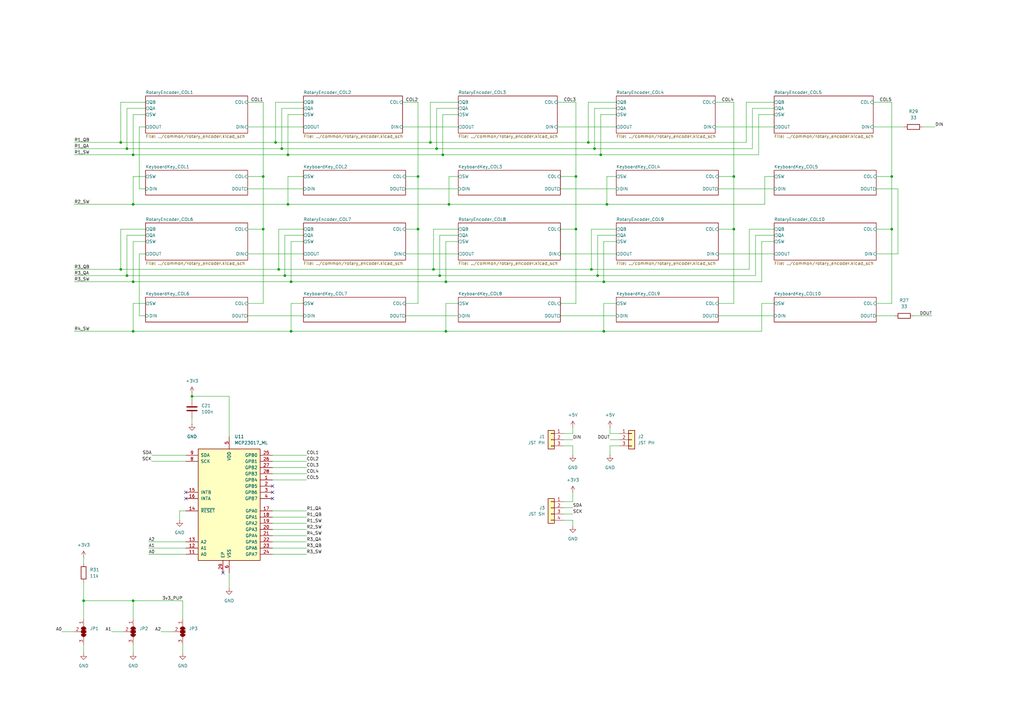
<source format=kicad_sch>
(kicad_sch (version 20250114) (generator "eeschema") (generator_version "9.0")
  (paper "A3")
  (lib_symbols
    (symbol "Connector_Generic:Conn_01x03" (pin_names (offset 1.016) (hide yes))
      (property "Reference" "J" (at 0 5.08 0))
      (property "Value" "Conn_01x03" (at 0 -5.08 0))
      (symbol "Conn_01x03_1_1"
        (rectangle (start -1.27 3.81) (end 1.27 -3.81) (stroke (width 0.254)) (fill (type background)))
        (rectangle (start -1.27 2.667) (end 0 2.413) (stroke (width 0.1524)))
        (rectangle (start -1.27 0.127) (end 0 -0.127) (stroke (width 0.1524)))
        (rectangle (start -1.27 -2.413) (end 0 -2.667) (stroke (width 0.1524)))
        (pin passive line (at -5.08 2.54 0) (length 3.81) (name "Pin_1") (number "1"))
        (pin passive line (at -5.08 0 0) (length 3.81) (name "Pin_2") (number "2"))
        (pin passive line (at -5.08 -2.54 0) (length 3.81) (name "Pin_3") (number "3"))
      )
    )
    (symbol "Connector_Generic:Conn_01x04" (pin_names (offset 1.016) (hide yes))
      (property "Reference" "J" (at 0 5.08 0))
      (property "Value" "Conn_01x04" (at 0 -7.62 0))
      (symbol "Conn_01x04_1_1"
        (rectangle (start -1.27 3.81) (end 1.27 -6.35) (stroke (width 0.254)) (fill (type background)))
        (rectangle (start -1.27 2.667) (end 0 2.413) (stroke (width 0.1524)))
        (rectangle (start -1.27 0.127) (end 0 -0.127) (stroke (width 0.1524)))
        (rectangle (start -1.27 -2.413) (end 0 -2.667) (stroke (width 0.1524)))
        (rectangle (start -1.27 -4.953) (end 0 -5.207) (stroke (width 0.1524)))
        (pin passive line (at -5.08 2.54 0) (length 3.81) (name "Pin_1") (number "1"))
        (pin passive line (at -5.08 0 0) (length 3.81) (name "Pin_2") (number "2"))
        (pin passive line (at -5.08 -2.54 0) (length 3.81) (name "Pin_3") (number "3"))
        (pin passive line (at -5.08 -5.08 0) (length 3.81) (name "Pin_4") (number "4"))
      )
    )
    (symbol "Device:C" (pin_numbers (hide yes)) (pin_names (offset 0.254))
      (property "Reference" "C" (at 0.635 2.54 0))
      (property "Value" "C" (at 0.635 -2.54 0))
      (symbol "C_0_1"
        (polyline (pts (xy -2.032 0.762) (xy 2.032 0.762)) (stroke (width 0.508)))
        (polyline (pts (xy -2.032 -0.762) (xy 2.032 -0.762)) (stroke (width 0.508)))
      )
      (symbol "C_1_1"
        (pin passive line (at 0 3.81 270) (length 2.794) (name "~") (number "1"))
        (pin passive line (at 0 -3.81 90) (length 2.794) (name "~") (number "2"))
      )
    )
    (symbol "Device:R" (pin_numbers (hide yes)) (pin_names (offset 0))
      (property "Reference" "R" (at 2.032 0 90))
      (property "Value" "R" (at 0 0 90))
      (symbol "R_0_1"
        (rectangle (start -1.016 -2.54) (end 1.016 2.54) (stroke (width 0.254)))
      )
      (symbol "R_1_1"
        (pin passive line (at 0 3.81 270) (length 1.27) (name "~") (number "1"))
        (pin passive line (at 0 -3.81 90) (length 1.27) (name "~") (number "2"))
      )
    )
    (symbol "Interface_Expansion:MCP23017_ML" (pin_names (offset 1.016))
      (property "Reference" "U" (at -11.43 24.13 0))
      (property "Value" "MCP23017_ML" (at 0 0 0))
      (symbol "MCP23017_ML_0_1"
        (rectangle (start -12.7 22.86) (end 12.7 -22.86) (stroke (width 0.254)) (fill (type background)))
      )
      (symbol "MCP23017_ML_1_1"
        (pin bidirectional line (at -17.78 20.32 0) (length 5.08) (name "SDA") (number "9"))
        (pin input line (at -17.78 17.78 0) (length 5.08) (name "SCK") (number "8"))
        (pin tri_state line (at -17.78 5.08 0) (length 5.08) (name "INTB") (number "15"))
        (pin tri_state line (at -17.78 2.54 0) (length 5.08) (name "INTA") (number "16"))
        (pin input line (at -17.78 -2.54 0) (length 5.08) (name "~{RESET}") (number "14"))
        (pin input line (at -17.78 -15.24 0) (length 5.08) (name "A2") (number "13"))
        (pin input line (at -17.78 -17.78 0) (length 5.08) (name "A1") (number "12"))
        (pin input line (at -17.78 -20.32 0) (length 5.08) (name "A0") (number "11"))
        (pin no_connect line (at -12.7 15.24 0) (length 5.08) (hide yes) (name "NC") (number "7"))
        (pin no_connect line (at -12.7 12.7 0) (length 5.08) (hide yes) (name "NC") (number "10"))
        (pin passive line (at -2.54 -27.94 90) (length 5.08) (name "EP") (number "29"))
        (pin power_in line (at 0 27.94 270) (length 5.08) (name "VDD") (number "5"))
        (pin power_in line (at 0 -27.94 90) (length 5.08) (name "VSS") (number "6"))
        (pin bidirectional line (at 17.78 20.32 180) (length 5.08) (name "GPB0") (number "25"))
        (pin bidirectional line (at 17.78 17.78 180) (length 5.08) (name "GPB1") (number "26"))
        (pin bidirectional line (at 17.78 15.24 180) (length 5.08) (name "GPB2") (number "27"))
        (pin bidirectional line (at 17.78 12.7 180) (length 5.08) (name "GPB3") (number "28"))
        (pin bidirectional line (at 17.78 10.16 180) (length 5.08) (name "GPB4") (number "1"))
        (pin bidirectional line (at 17.78 7.62 180) (length 5.08) (name "GPB5") (number "2"))
        (pin bidirectional line (at 17.78 5.08 180) (length 5.08) (name "GPB6") (number "3"))
        (pin bidirectional line (at 17.78 2.54 180) (length 5.08) (name "GPB7") (number "4"))
        (pin bidirectional line (at 17.78 -2.54 180) (length 5.08) (name "GPA0") (number "17"))
        (pin bidirectional line (at 17.78 -5.08 180) (length 5.08) (name "GPA1") (number "18"))
        (pin bidirectional line (at 17.78 -7.62 180) (length 5.08) (name "GPA2") (number "19"))
        (pin bidirectional line (at 17.78 -10.16 180) (length 5.08) (name "GPA3") (number "20"))
        (pin bidirectional line (at 17.78 -12.7 180) (length 5.08) (name "GPA4") (number "21"))
        (pin bidirectional line (at 17.78 -15.24 180) (length 5.08) (name "GPA5") (number "22"))
        (pin bidirectional line (at 17.78 -17.78 180) (length 5.08) (name "GPA6") (number "23"))
        (pin bidirectional line (at 17.78 -20.32 180) (length 5.08) (name "GPA7") (number "24"))
      )
    )
    (symbol "Jumper:SolderJumper_3_Bridged123" (pin_names (offset 0) (hide yes))
      (property "Reference" "JP" (at -2.54 -2.54 0))
      (property "Value" "SolderJumper_3_Bridged123" (at 0 2.794 0))
      (symbol "SolderJumper_3_Bridged123_0_1"
        (polyline (pts (xy -2.54 0) (xy -2.032 0)))
        (polyline (pts (xy -1.016 1.016) (xy -1.016 -1.016)))
        (rectangle (start -1.016 0.508) (end -0.508 -0.508) (fill (type outline)))
        (arc (start -1.016 -1.016) (mid -2.0276 0) (end -1.016 1.016))
        (arc (start -1.016 -1.016) (mid -2.0276 0) (end -1.016 1.016) (fill (type outline)))
        (rectangle (start -0.508 1.016) (end 0.508 -1.016) (fill (type outline)))
        (polyline (pts (xy 0 -1.27) (xy 0 -1.016)))
        (rectangle (start 0.508 0.508) (end 1.016 -0.508) (fill (type outline)))
        (arc (start 1.016 1.016) (mid 2.0276 0) (end 1.016 -1.016))
        (arc (start 1.016 1.016) (mid 2.0276 0) (end 1.016 -1.016) (fill (type outline)))
        (polyline (pts (xy 1.016 1.016) (xy 1.016 -1.016)))
        (polyline (pts (xy 2.54 0) (xy 2.032 0)))
      )
      (symbol "SolderJumper_3_Bridged123_1_1"
        (pin passive line (at -5.08 0 0) (length 2.54) (name "A") (number "1"))
        (pin passive line (at 0 -3.81 90) (length 2.54) (name "C") (number "2"))
        (pin passive line (at 5.08 0 180) (length 2.54) (name "B") (number "3"))
      )
    )
    (symbol "power:+3V3" (power) (pin_numbers (hide yes)) (pin_names (offset 0) (hide yes))
      (property "Value" "+3V3" (at 0 3.556 0))
      (symbol "+3V3_0_1"
        (polyline (pts (xy -0.762 1.27) (xy 0 2.54)))
        (polyline (pts (xy 0 2.54) (xy 0.762 1.27)))
        (polyline (pts (xy 0 0) (xy 0 2.54)))
      )
      (symbol "+3V3_1_1"
        (pin power_in line (at 0 0 90) (length 0) (name "~") (number "1"))
      )
    )
    (symbol "power:+5V" (power) (pin_numbers (hide yes)) (pin_names (offset 0) (hide yes))
      (property "Value" "+5V" (at 0 3.556 0))
      (symbol "+5V_0_1"
        (polyline (pts (xy -0.762 1.27) (xy 0 2.54)))
        (polyline (pts (xy 0 2.54) (xy 0.762 1.27)))
        (polyline (pts (xy 0 0) (xy 0 2.54)))
      )
      (symbol "+5V_1_1"
        (pin power_in line (at 0 0 90) (length 0) (name "~") (number "1"))
      )
    )
    (symbol "power:GND" (power) (pin_numbers (hide yes)) (pin_names (offset 0) (hide yes))
      (property "Value" "GND" (at 0 -3.81 0))
      (symbol "GND_0_1"
        (polyline (pts (xy 0 0) (xy 0 -1.27) (xy 1.27 -1.27) (xy 0 -2.54) (xy -1.27 -1.27) (xy 0 -1.27)))
      )
      (symbol "GND_1_1"
        (pin power_in line (at 0 0 270) (length 0) (name "~") (number "1"))
      )
    )
  )
  (junction (at 247.65 135.89))
  (junction (at 184.15 83.82))
  (junction (at 54.61 63.5))
  (junction (at 177.8 110.49))
  (junction (at 116.84 113.03))
  (junction (at 365.76 72.39))
  (junction (at 236.22 72.39))
  (junction (at 54.61 135.89))
  (junction (at 107.95 93.98))
  (junction (at 171.45 93.98))
  (junction (at 119.38 115.57))
  (junction (at 182.88 115.57))
  (junction (at 245.11 113.03))
  (junction (at 114.3 110.49))
  (junction (at 107.95 72.39))
  (junction (at 246.38 63.5))
  (junction (at 49.53 58.42))
  (junction (at 241.3 58.42))
  (junction (at 243.84 60.96))
  (junction (at 54.61 246.38))
  (junction (at 236.22 93.98))
  (junction (at 118.11 63.5))
  (junction (at 182.88 135.89))
  (junction (at 242.57 110.49))
  (junction (at 115.57 60.96))
  (junction (at 78.74 162.56))
  (junction (at 52.07 60.96))
  (junction (at 34.29 246.38))
  (junction (at 365.76 93.98))
  (junction (at 171.45 72.39))
  (junction (at 54.61 83.82))
  (junction (at 52.07 113.03))
  (junction (at 49.53 110.49))
  (junction (at 118.11 83.82))
  (junction (at 181.61 63.5))
  (junction (at 247.65 115.57))
  (junction (at 179.07 60.96))
  (junction (at 300.99 72.39))
  (junction (at 248.92 83.82))
  (junction (at 300.99 93.98))
  (junction (at 54.61 115.57))
  (junction (at 180.34 113.03))
  (junction (at 119.38 135.89))
  (junction (at 176.53 58.42))
  (junction (at 113.03 58.42))
  (no_connect (at 111.76 201.93))
  (no_connect (at 111.76 204.47))
  (no_connect (at 111.76 199.39))
  (no_connect (at 76.2 201.93))
  (no_connect (at 91.44 234.95))
  (no_connect (at 76.2 204.47))
  (wire (pts (xy 93.98 162.56) (xy 93.98 179.07)))
  (wire (pts (xy 111.76 196.85) (xy 125.73 196.85)))
  (wire (pts (xy 294.64 104.14) (xy 317.5 104.14)))
  (wire (pts (xy 34.29 264.16) (xy 34.29 267.97)))
  (wire (pts (xy 78.74 162.56) (xy 93.98 162.56)))
  (wire (pts (xy 111.76 191.77) (xy 125.73 191.77)))
  (wire (pts (xy 182.88 99.06) (xy 182.88 115.57)))
  (wire (pts (xy 368.3 77.47) (xy 368.3 104.14)))
  (wire (pts (xy 252.73 46.99) (xy 246.38 46.99)))
  (wire (pts (xy 300.99 72.39) (xy 300.99 93.98)))
  (wire (pts (xy 124.46 96.52) (xy 116.84 96.52)))
  (wire (pts (xy 52.07 44.45) (xy 52.07 60.96)))
  (wire (pts (xy 49.53 110.49) (xy 114.3 110.49)))
  (wire (pts (xy 30.48 83.82) (xy 54.61 83.82)))
  (wire (pts (xy 59.69 52.07) (xy 57.15 52.07)))
  (wire (pts (xy 166.37 104.14) (xy 187.96 104.14)))
  (wire (pts (xy 74.93 264.16) (xy 74.93 267.97)))
  (wire (pts (xy 52.07 60.96) (xy 115.57 60.96)))
  (wire (pts (xy 306.07 41.91) (xy 317.5 41.91)))
  (wire (pts (xy 228.6 52.07) (xy 252.73 52.07)))
  (wire (pts (xy 250.19 186.69) (xy 250.19 182.88)))
  (wire (pts (xy 247.65 124.46) (xy 247.65 135.89)))
  (wire (pts (xy 54.61 72.39) (xy 54.61 83.82)))
  (wire (pts (xy 236.22 72.39) (xy 236.22 41.91)))
  (wire (pts (xy 176.53 58.42) (xy 176.53 41.91)))
  (wire (pts (xy 107.95 93.98) (xy 107.95 124.46)))
  (wire (pts (xy 176.53 58.42) (xy 241.3 58.42)))
  (wire (pts (xy 365.76 93.98) (xy 365.76 124.46)))
  (wire (pts (xy 236.22 93.98) (xy 229.87 93.98)))
  (wire (pts (xy 317.5 44.45) (xy 308.61 44.45)))
  (wire (pts (xy 30.48 60.96) (xy 52.07 60.96)))
  (wire (pts (xy 365.76 93.98) (xy 359.41 93.98)))
  (wire (pts (xy 115.57 44.45) (xy 115.57 60.96)))
  (wire (pts (xy 293.37 41.91) (xy 300.99 41.91)))
  (wire (pts (xy 107.95 41.91) (xy 101.6 41.91)))
  (wire (pts (xy 101.6 72.39) (xy 107.95 72.39)))
  (wire (pts (xy 171.45 72.39) (xy 171.45 93.98)))
  (wire (pts (xy 228.6 41.91) (xy 236.22 41.91)))
  (wire (pts (xy 118.11 46.99) (xy 118.11 63.5)))
  (wire (pts (xy 187.96 93.98) (xy 177.8 93.98)))
  (wire (pts (xy 245.11 113.03) (xy 309.88 113.03)))
  (wire (pts (xy 101.6 129.54) (xy 124.46 129.54)))
  (wire (pts (xy 30.48 110.49) (xy 49.53 110.49)))
  (wire (pts (xy 300.99 93.98) (xy 294.64 93.98)))
  (wire (pts (xy 54.61 115.57) (xy 119.38 115.57)))
  (wire (pts (xy 124.46 93.98) (xy 114.3 93.98)))
  (wire (pts (xy 250.19 177.8) (xy 254 177.8)))
  (wire (pts (xy 30.48 135.89) (xy 54.61 135.89)))
  (wire (pts (xy 181.61 63.5) (xy 246.38 63.5)))
  (wire (pts (xy 113.03 41.91) (xy 124.46 41.91)))
  (wire (pts (xy 54.61 124.46) (xy 54.61 135.89)))
  (wire (pts (xy 54.61 135.89) (xy 119.38 135.89)))
  (wire (pts (xy 242.57 110.49) (xy 307.34 110.49)))
  (wire (pts (xy 107.95 72.39) (xy 107.95 93.98)))
  (wire (pts (xy 309.88 96.52) (xy 309.88 113.03)))
  (wire (pts (xy 124.46 44.45) (xy 115.57 44.45)))
  (wire (pts (xy 124.46 124.46) (xy 119.38 124.46)))
  (wire (pts (xy 241.3 41.91) (xy 252.73 41.91)))
  (wire (pts (xy 107.95 93.98) (xy 101.6 93.98)))
  (wire (pts (xy 59.69 124.46) (xy 54.61 124.46)))
  (wire (pts (xy 57.15 104.14) (xy 57.15 129.54)))
  (wire (pts (xy 312.42 124.46) (xy 312.42 135.89)))
  (wire (pts (xy 187.96 44.45) (xy 179.07 44.45)))
  (wire (pts (xy 252.73 99.06) (xy 247.65 99.06)))
  (wire (pts (xy 166.37 129.54) (xy 187.96 129.54)))
  (wire (pts (xy 34.29 246.38) (xy 54.61 246.38)))
  (wire (pts (xy 229.87 77.47) (xy 252.73 77.47)))
  (wire (pts (xy 60.96 227.33) (xy 76.2 227.33)))
  (wire (pts (xy 187.96 124.46) (xy 182.88 124.46)))
  (wire (pts (xy 293.37 52.07) (xy 317.5 52.07)))
  (wire (pts (xy 30.48 63.5) (xy 54.61 63.5)))
  (wire (pts (xy 229.87 104.14) (xy 252.73 104.14)))
  (wire (pts (xy 119.38 135.89) (xy 182.88 135.89)))
  (wire (pts (xy 30.48 115.57) (xy 54.61 115.57)))
  (wire (pts (xy 111.76 209.55) (xy 125.73 209.55)))
  (wire (pts (xy 52.07 96.52) (xy 52.07 113.03)))
  (wire (pts (xy 365.76 72.39) (xy 365.76 41.91)))
  (wire (pts (xy 294.64 77.47) (xy 317.5 77.47)))
  (wire (pts (xy 177.8 110.49) (xy 242.57 110.49)))
  (wire (pts (xy 111.76 222.25) (xy 125.73 222.25)))
  (wire (pts (xy 76.2 189.23) (xy 62.23 189.23)))
  (wire (pts (xy 180.34 113.03) (xy 245.11 113.03)))
  (wire (pts (xy 52.07 113.03) (xy 116.84 113.03)))
  (wire (pts (xy 59.69 44.45) (xy 52.07 44.45)))
  (wire (pts (xy 308.61 44.45) (xy 308.61 60.96)))
  (wire (pts (xy 359.41 77.47) (xy 368.3 77.47)))
  (wire (pts (xy 30.48 113.03) (xy 52.07 113.03)))
  (wire (pts (xy 234.95 177.8) (xy 231.14 177.8)))
  (wire (pts (xy 358.14 41.91) (xy 365.76 41.91)))
  (wire (pts (xy 165.1 41.91) (xy 171.45 41.91)))
  (wire (pts (xy 250.19 175.26) (xy 250.19 177.8)))
  (wire (pts (xy 171.45 124.46) (xy 166.37 124.46)))
  (wire (pts (xy 365.76 72.39) (xy 365.76 93.98)))
  (wire (pts (xy 378.46 52.07) (xy 383.54 52.07)))
  (wire (pts (xy 229.87 129.54) (xy 252.73 129.54)))
  (wire (pts (xy 49.53 41.91) (xy 49.53 58.42)))
  (wire (pts (xy 313.69 72.39) (xy 317.5 72.39)))
  (wire (pts (xy 101.6 104.14) (xy 124.46 104.14)))
  (wire (pts (xy 229.87 72.39) (xy 236.22 72.39)))
  (wire (pts (xy 113.03 58.42) (xy 176.53 58.42)))
  (wire (pts (xy 59.69 41.91) (xy 49.53 41.91)))
  (wire (pts (xy 116.84 113.03) (xy 180.34 113.03)))
  (wire (pts (xy 358.14 52.07) (xy 370.84 52.07)))
  (wire (pts (xy 246.38 63.5) (xy 311.15 63.5)))
  (wire (pts (xy 124.46 46.99) (xy 118.11 46.99)))
  (wire (pts (xy 78.74 162.56) (xy 78.74 163.83)))
  (wire (pts (xy 312.42 99.06) (xy 312.42 115.57)))
  (wire (pts (xy 111.76 189.23) (xy 125.73 189.23)))
  (wire (pts (xy 54.61 246.38) (xy 74.93 246.38)))
  (wire (pts (xy 248.92 83.82) (xy 248.92 72.39)))
  (wire (pts (xy 359.41 72.39) (xy 365.76 72.39)))
  (wire (pts (xy 119.38 115.57) (xy 182.88 115.57)))
  (wire (pts (xy 243.84 60.96) (xy 308.61 60.96)))
  (wire (pts (xy 118.11 63.5) (xy 181.61 63.5)))
  (wire (pts (xy 176.53 41.91) (xy 187.96 41.91)))
  (wire (pts (xy 306.07 41.91) (xy 306.07 58.42)))
  (wire (pts (xy 182.88 115.57) (xy 247.65 115.57)))
  (wire (pts (xy 119.38 99.06) (xy 119.38 115.57)))
  (wire (pts (xy 231.14 205.74) (xy 234.95 205.74)))
  (wire (pts (xy 313.69 83.82) (xy 313.69 72.39)))
  (wire (pts (xy 250.19 180.34) (xy 254 180.34)))
  (wire (pts (xy 311.15 63.5) (xy 311.15 46.99)))
  (wire (pts (xy 57.15 129.54) (xy 59.69 129.54)))
  (wire (pts (xy 74.93 246.38) (xy 74.93 254)))
  (wire (pts (xy 59.69 46.99) (xy 54.61 46.99)))
  (wire (pts (xy 246.38 63.5) (xy 246.38 46.99)))
  (wire (pts (xy 34.29 228.6) (xy 34.29 231.14)))
  (wire (pts (xy 247.65 135.89) (xy 312.42 135.89)))
  (wire (pts (xy 101.6 124.46) (xy 107.95 124.46)))
  (wire (pts (xy 181.61 63.5) (xy 181.61 46.99)))
  (wire (pts (xy 234.95 175.26) (xy 234.95 177.8)))
  (wire (pts (xy 184.15 72.39) (xy 187.96 72.39)))
  (wire (pts (xy 111.76 212.09) (xy 125.73 212.09)))
  (wire (pts (xy 93.98 234.95) (xy 93.98 241.3)))
  (wire (pts (xy 242.57 93.98) (xy 242.57 110.49)))
  (wire (pts (xy 252.73 44.45) (xy 243.84 44.45)))
  (wire (pts (xy 236.22 72.39) (xy 236.22 93.98)))
  (wire (pts (xy 45.72 259.08) (xy 50.8 259.08)))
  (wire (pts (xy 294.64 72.39) (xy 300.99 72.39)))
  (wire (pts (xy 317.5 46.99) (xy 311.15 46.99)))
  (wire (pts (xy 59.69 72.39) (xy 54.61 72.39)))
  (wire (pts (xy 60.96 222.25) (xy 76.2 222.25)))
  (wire (pts (xy 179.07 60.96) (xy 243.84 60.96)))
  (wire (pts (xy 177.8 93.98) (xy 177.8 110.49)))
  (wire (pts (xy 124.46 72.39) (xy 118.11 72.39)))
  (wire (pts (xy 184.15 83.82) (xy 184.15 72.39)))
  (wire (pts (xy 111.76 217.17) (xy 125.73 217.17)))
  (wire (pts (xy 111.76 224.79) (xy 125.73 224.79)))
  (wire (pts (xy 365.76 124.46) (xy 359.41 124.46)))
  (wire (pts (xy 317.5 93.98) (xy 307.34 93.98)))
  (wire (pts (xy 171.45 93.98) (xy 166.37 93.98)))
  (wire (pts (xy 60.96 224.79) (xy 76.2 224.79)))
  (wire (pts (xy 34.29 246.38) (xy 34.29 254)))
  (wire (pts (xy 300.99 72.39) (xy 300.99 41.91)))
  (wire (pts (xy 49.53 93.98) (xy 49.53 110.49)))
  (wire (pts (xy 49.53 58.42) (xy 113.03 58.42)))
  (wire (pts (xy 124.46 99.06) (xy 119.38 99.06)))
  (wire (pts (xy 111.76 194.31) (xy 125.73 194.31)))
  (wire (pts (xy 118.11 83.82) (xy 184.15 83.82)))
  (wire (pts (xy 317.5 124.46) (xy 312.42 124.46)))
  (wire (pts (xy 54.61 99.06) (xy 54.61 115.57)))
  (wire (pts (xy 118.11 83.82) (xy 54.61 83.82)))
  (wire (pts (xy 294.64 129.54) (xy 317.5 129.54)))
  (wire (pts (xy 171.45 72.39) (xy 171.45 41.91)))
  (wire (pts (xy 234.95 180.34) (xy 231.14 180.34)))
  (wire (pts (xy 101.6 52.07) (xy 124.46 52.07)))
  (wire (pts (xy 236.22 93.98) (xy 236.22 124.46)))
  (wire (pts (xy 111.76 219.71) (xy 125.73 219.71)))
  (wire (pts (xy 101.6 77.47) (xy 124.46 77.47)))
  (wire (pts (xy 252.73 93.98) (xy 242.57 93.98)))
  (wire (pts (xy 179.07 60.96) (xy 115.57 60.96)))
  (wire (pts (xy 59.69 93.98) (xy 49.53 93.98)))
  (wire (pts (xy 171.45 93.98) (xy 171.45 124.46)))
  (wire (pts (xy 111.76 227.33) (xy 125.73 227.33)))
  (wire (pts (xy 243.84 44.45) (xy 243.84 60.96)))
  (wire (pts (xy 368.3 104.14) (xy 359.41 104.14)))
  (wire (pts (xy 300.99 93.98) (xy 300.99 124.46)))
  (wire (pts (xy 382.27 129.54) (xy 374.65 129.54)))
  (wire (pts (xy 300.99 124.46) (xy 294.64 124.46)))
  (wire (pts (xy 59.69 96.52) (xy 52.07 96.52)))
  (wire (pts (xy 317.5 96.52) (xy 309.88 96.52)))
  (wire (pts (xy 66.04 259.08) (xy 71.12 259.08)))
  (wire (pts (xy 248.92 72.39) (xy 252.73 72.39)))
  (wire (pts (xy 114.3 93.98) (xy 114.3 110.49)))
  (wire (pts (xy 166.37 77.47) (xy 187.96 77.47)))
  (wire (pts (xy 182.88 124.46) (xy 182.88 135.89)))
  (wire (pts (xy 78.74 161.29) (xy 78.74 162.56)))
  (wire (pts (xy 187.96 46.99) (xy 181.61 46.99)))
  (wire (pts (xy 247.65 115.57) (xy 312.42 115.57)))
  (wire (pts (xy 113.03 58.42) (xy 113.03 41.91)))
  (wire (pts (xy 252.73 124.46) (xy 247.65 124.46)))
  (wire (pts (xy 317.5 99.06) (xy 312.42 99.06)))
  (wire (pts (xy 107.95 72.39) (xy 107.95 41.91)))
  (wire (pts (xy 73.66 213.36) (xy 73.66 209.55)))
  (wire (pts (xy 73.66 209.55) (xy 76.2 209.55)))
  (wire (pts (xy 180.34 96.52) (xy 180.34 113.03)))
  (wire (pts (xy 34.29 238.76) (xy 34.29 246.38)))
  (wire (pts (xy 179.07 44.45) (xy 179.07 60.96)))
  (wire (pts (xy 165.1 52.07) (xy 187.96 52.07)))
  (wire (pts (xy 119.38 124.46) (xy 119.38 135.89)))
  (wire (pts (xy 57.15 104.14) (xy 59.69 104.14)))
  (wire (pts (xy 57.15 77.47) (xy 59.69 77.47)))
  (wire (pts (xy 234.95 205.74) (xy 234.95 201.93)))
  (wire (pts (xy 187.96 96.52) (xy 180.34 96.52)))
  (wire (pts (xy 54.61 246.38) (xy 54.61 254)))
  (wire (pts (xy 252.73 96.52) (xy 245.11 96.52)))
  (wire (pts (xy 111.76 214.63) (xy 125.73 214.63)))
  (wire (pts (xy 54.61 46.99) (xy 54.61 63.5)))
  (wire (pts (xy 234.95 186.69) (xy 234.95 182.88)))
  (wire (pts (xy 184.15 83.82) (xy 248.92 83.82)))
  (wire (pts (xy 231.14 208.28) (xy 234.95 208.28)))
  (wire (pts (xy 234.95 213.36) (xy 231.14 213.36)))
  (wire (pts (xy 248.92 83.82) (xy 313.69 83.82)))
  (wire (pts (xy 78.74 171.45) (xy 78.74 173.99)))
  (wire (pts (xy 231.14 210.82) (xy 234.95 210.82)))
  (wire (pts (xy 236.22 124.46) (xy 229.87 124.46)))
  (wire (pts (xy 76.2 186.69) (xy 62.23 186.69)))
  (wire (pts (xy 30.48 58.42) (xy 49.53 58.42)))
  (wire (pts (xy 187.96 99.06) (xy 182.88 99.06)))
  (wire (pts (xy 59.69 99.06) (xy 54.61 99.06)))
  (wire (pts (xy 111.76 186.69) (xy 125.73 186.69)))
  (wire (pts (xy 241.3 58.42) (xy 241.3 41.91)))
  (wire (pts (xy 25.4 259.08) (xy 30.48 259.08)))
  (wire (pts (xy 118.11 72.39) (xy 118.11 83.82)))
  (wire (pts (xy 250.19 182.88) (xy 254 182.88)))
  (wire (pts (xy 241.3 58.42) (xy 306.07 58.42)))
  (wire (pts (xy 234.95 215.9) (xy 234.95 213.36)))
  (wire (pts (xy 54.61 63.5) (xy 118.11 63.5)))
  (wire (pts (xy 234.95 182.88) (xy 231.14 182.88)))
  (wire (pts (xy 367.03 129.54) (xy 359.41 129.54)))
  (wire (pts (xy 247.65 99.06) (xy 247.65 115.57)))
  (wire (pts (xy 166.37 72.39) (xy 171.45 72.39)))
  (wire (pts (xy 307.34 93.98) (xy 307.34 110.49)))
  (wire (pts (xy 182.88 135.89) (xy 247.65 135.89)))
  (wire (pts (xy 116.84 96.52) (xy 116.84 113.03)))
  (wire (pts (xy 114.3 110.49) (xy 177.8 110.49)))
  (wire (pts (xy 57.15 52.07) (xy 57.15 77.47)))
  (wire (pts (xy 245.11 96.52) (xy 245.11 113.03)))
  (wire (pts (xy 54.61 264.16) (xy 54.61 267.97)))
  (label "R1_QB" (at 125.73 212.09 0))
  (label "A1" (at 45.72 259.08 180))
  (label "R1_QA" (at 125.73 209.55 0))
  (label "R1_QB" (at 30.48 58.42 0))
  (label "COL5" (at 365.76 41.91 180))
  (label "R4_SW" (at 125.73 219.71 0))
  (label "R3_SW" (at 30.48 115.57 0))
  (label "A2" (at 66.04 259.08 180))
  (label "R3_QA" (at 125.73 222.25 0))
  (label "R2_SW" (at 30.48 83.82 0))
  (label "R1_SW" (at 125.73 214.63 0))
  (label "COL1" (at 107.95 41.91 180))
  (label "R2_SW" (at 125.73 217.17 0))
  (label "SDA" (at 234.95 208.28 0))
  (label "A0" (at 25.4 259.08 180))
  (label "COL1" (at 125.73 186.69 0))
  (label "COL4" (at 125.73 194.31 0))
  (label "R3_QA" (at 30.48 113.03 0))
  (label "SCK" (at 62.23 189.23 180))
  (label "COL2" (at 171.45 41.91 180))
  (label "COL3" (at 236.22 41.91 180))
  (label "3v3_PUP" (at 74.93 246.38 180))
  (label "DIN" (at 234.95 180.34 0))
  (label "DIN" (at 383.54 52.07 0))
  (label "SDA" (at 62.23 186.69 180))
  (label "COL2" (at 125.73 189.23 0))
  (label "R3_QB" (at 30.48 110.49 0))
  (label "COL3" (at 125.73 191.77 0))
  (label "R1_SW" (at 30.48 63.5 0))
  (label "SCK" (at 234.95 210.82 0))
  (label "A0" (at 60.96 227.33 0))
  (label "A1" (at 60.96 224.79 0))
  (label "COL5" (at 125.73 196.85 0))
  (label "A2" (at 60.96 222.25 0))
  (label "R3_SW" (at 125.73 227.33 0))
  (label "COL4" (at 300.99 41.91 180))
  (label "DOUT" (at 382.27 129.54 180))
  (label "R4_SW" (at 30.48 135.89 0))
  (label "DOUT" (at 250.19 180.34 180))
  (label "R3_QB" (at 125.73 224.79 0))
  (label "R1_QA" (at 30.48 60.96 0))
  (symbol (lib_id "Interface_Expansion:MCP23017_ML") (at 93.98 207.01 0) (unit 1)
    (property "Reference" "U11" (at 96.1741 179.07 0) (effects (justify left)))
    (property "Value" "MCP23017_ML" (at 96.1741 181.61 0) (effects (justify left)))
    (property "Footprint" "Package_DFN_QFN:QFN-28-1EP_6x6mm_P0.65mm_EP4.25x4.25mm" (effects (hide yes)))
    (property "Datasheet" "http://ww1.microchip.com/downloads/en/DeviceDoc/20001952C.pdf" (effects (hide yes)))
    (property "Description" "16-bit I/O expander, I2C, interrupts, w pull-ups, QFN-28" (effects (hide yes)))
  )
  (symbol (lib_id "power:+3V3") (at 78.74 161.29 0) (unit 1)
    (property "Reference" "#PWR0102" (effects (hide yes)))
    (property "Value" "+3V3" (at 78.74 156.21 0))
    (property "Description" "Power symbol creates a global label with name \"+3V3\"" (effects (hide yes)))
  )
  (symbol (lib_id "power:+3V3") (at 34.29 228.6 0) (unit 1)
    (property "Reference" "#PWR07" (effects (hide yes)))
    (property "Value" "+3V3" (at 34.29 223.52 0))
    (property "Description" "Power symbol creates a global label with name \"+3V3\"" (effects (hide yes)))
  )
  (symbol (lib_id "Jumper:SolderJumper_3_Bridged123") (at 74.93 259.08 270) (unit 1)
    (property "Reference" "JP3" (at 77.47 257.8099 90) (effects (justify left)))
    (property "Footprint" "Jumper:SolderJumper-3_P2.0mm_Open_TrianglePad1.0x1.5mm" (effects (hide yes)))
    (property "Description" "Solder Jumper, 3-pole, pins 1+2+3 closed/bridged" (effects (hide yes)))
  )
  (symbol (lib_id "power:GND") (at 93.98 241.3 0) (unit 1)
    (property "Reference" "#PWR0104" (effects (hide yes)))
    (property "Value" "GND" (at 93.98 246.38 0))
    (property "Description" "Power symbol creates a global label with name \"GND\" , ground" (effects (hide yes)))
  )
  (symbol (lib_id "Jumper:SolderJumper_3_Bridged123") (at 34.29 259.08 270) (unit 1)
    (property "Reference" "JP1" (at 36.83 257.8099 90) (effects (justify left)))
    (property "Footprint" "Jumper:SolderJumper-3_P2.0mm_Open_TrianglePad1.0x1.5mm" (effects (hide yes)))
    (property "Description" "Solder Jumper, 3-pole, pins 1+2+3 closed/bridged" (effects (hide yes)))
  )
  (symbol (lib_id "Connector_Generic:Conn_01x03") (at 226.06 180.34 0) (mirror y) (unit 1)
    (property "Reference" "J1" (at 223.52 179.0699 0) (effects (justify left)))
    (property "Value" "JST PH" (at 223.52 181.6099 0) (effects (justify left)))
    (property "Footprint" "woodpecker:JST_PH_B3B-PH-SM4-TB_1x03-1MP_P2.00mm_Vertical" (effects (hide yes)))
    (property "Description" "Generic connector, single row, 01x03, script generated (kicad-library-utils/schlib/autogen/connector/)" (effects (hide yes)))
    (property "MPN" "B3B-PH-SM4-TB" (effects (hide yes)))
  )
  (symbol (lib_id "Device:C") (at 78.74 167.64 0) (unit 1)
    (property "Reference" "C21" (at 82.55 166.3699 0) (effects (justify left)))
    (property "Value" "100n" (at 82.55 168.9099 0) (effects (justify left)))
    (property "Footprint" "Capacitor_SMD:C_0603_1608Metric" (effects (hide yes)))
    (property "Description" "Unpolarized capacitor" (effects (hide yes)))
  )
  (symbol (lib_id "power:GND") (at 250.19 186.69 0) (unit 1)
    (property "Reference" "#PWR094" (effects (hide yes)))
    (property "Value" "GND" (at 250.19 191.77 0))
    (property "Description" "Power symbol creates a global label with name \"GND\" , ground" (effects (hide yes)))
  )
  (symbol (lib_id "Connector_Generic:Conn_01x04") (at 226.06 208.28 0) (mirror y) (unit 1)
    (property "Reference" "J3" (at 223.52 208.2799 0) (effects (justify left)))
    (property "Value" "JST SH" (at 223.52 210.8199 0) (effects (justify left)))
    (property "Footprint" "woodpecker:JST_SH_BM04B-SRSS-TB_1x04-1MP_P1.00mm_Vertical" (effects (hide yes)))
    (property "Description" "Generic connector, single row, 01x04, script generated (kicad-library-utils/schlib/autogen/connector/)" (effects (hide yes)))
  )
  (symbol (lib_id "Device:R") (at 374.65 52.07 90) (unit 1)
    (property "Reference" "R29" (at 374.65 45.72 90))
    (property "Value" "33" (at 374.65 48.26 90))
    (property "Footprint" "Resistor_SMD:R_0603_1608Metric" (effects (hide yes)))
    (property "Description" "Resistor" (effects (hide yes)))
  )
  (symbol (lib_id "Device:R") (at 34.29 234.95 0) (unit 1)
    (property "Reference" "R31" (at 36.83 233.6799 0) (effects (justify left)))
    (property "Value" "11k" (at 36.83 236.2199 0) (effects (justify left)))
    (property "Footprint" "Resistor_SMD:R_0603_1608Metric" (effects (hide yes)))
    (property "Description" "Resistor" (effects (hide yes)))
  )
  (symbol (lib_id "power:GND") (at 73.66 213.36 0) (unit 1)
    (property "Reference" "#PWR0101" (effects (hide yes)))
    (property "Value" "GND" (at 73.66 218.44 0))
    (property "Description" "Power symbol creates a global label with name \"GND\" , ground" (effects (hide yes)))
  )
  (symbol (lib_id "power:GND") (at 78.74 173.99 0) (unit 1)
    (property "Reference" "#PWR0103" (effects (hide yes)))
    (property "Value" "GND" (at 78.74 179.07 0))
    (property "Description" "Power symbol creates a global label with name \"GND\" , ground" (effects (hide yes)))
  )
  (symbol (lib_id "Connector_Generic:Conn_01x03") (at 259.08 180.34 0) (unit 1)
    (property "Reference" "J2" (at 261.62 179.0699 0) (effects (justify left)))
    (property "Value" "JST PH" (at 261.62 181.6099 0) (effects (justify left)))
    (property "Footprint" "woodpecker:JST_PH_B3B-PH-SM4-TB_1x03-1MP_P2.00mm_Vertical" (effects (hide yes)))
    (property "Description" "Generic connector, single row, 01x03, script generated (kicad-library-utils/schlib/autogen/connector/)" (effects (hide yes)))
    (property "MPN" "B3B-PH-SM4-TB" (effects (hide yes)))
  )
  (symbol (lib_id "power:+3V3") (at 234.95 201.93 0) (unit 1)
    (property "Reference" "#PWR0106" (effects (hide yes)))
    (property "Value" "+3V3" (at 234.95 196.85 0))
    (property "Description" "Power symbol creates a global label with name \"+3V3\"" (effects (hide yes)))
  )
  (symbol (lib_id "power:+5V") (at 250.19 175.26 0) (unit 1)
    (property "Reference" "#PWR093" (effects (hide yes)))
    (property "Value" "+5V" (at 250.19 170.18 0))
    (property "Description" "Power symbol creates a global label with name \"+5V\"" (effects (hide yes)))
  )
  (symbol (lib_id "Device:R") (at 370.84 129.54 270) (mirror x) (unit 1)
    (property "Reference" "R27" (at 370.84 123.19 90))
    (property "Value" "33" (at 370.84 125.73 90))
    (property "Footprint" "Resistor_SMD:R_0603_1608Metric" (effects (hide yes)))
    (property "Description" "Resistor" (effects (hide yes)))
  )
  (symbol (lib_id "power:+5V") (at 234.95 175.26 0) (mirror y) (unit 1)
    (property "Reference" "#PWR091" (effects (hide yes)))
    (property "Value" "+5V" (at 234.95 170.18 0))
    (property "Description" "Power symbol creates a global label with name \"+5V\"" (effects (hide yes)))
  )
  (symbol (lib_id "power:GND") (at 34.29 267.97 0) (unit 1)
    (property "Reference" "#PWR08" (effects (hide yes)))
    (property "Value" "GND" (at 34.29 273.05 0))
    (property "Description" "Power symbol creates a global label with name \"GND\" , ground" (effects (hide yes)))
  )
  (symbol (lib_id "power:GND") (at 54.61 267.97 0) (unit 1)
    (property "Reference" "#PWR09" (effects (hide yes)))
    (property "Value" "GND" (at 54.61 273.05 0))
    (property "Description" "Power symbol creates a global label with name \"GND\" , ground" (effects (hide yes)))
  )
  (symbol (lib_id "power:GND") (at 234.95 186.69 0) (mirror y) (unit 1)
    (property "Reference" "#PWR092" (effects (hide yes)))
    (property "Value" "GND" (at 234.95 191.77 0))
    (property "Description" "Power symbol creates a global label with name \"GND\" , ground" (effects (hide yes)))
  )
  (symbol (lib_id "Jumper:SolderJumper_3_Bridged123") (at 54.61 259.08 270) (unit 1)
    (property "Reference" "JP2" (at 57.15 257.8099 90) (effects (justify left)))
    (property "Footprint" "Jumper:SolderJumper-3_P2.0mm_Open_TrianglePad1.0x1.5mm" (effects (hide yes)))
    (property "Description" "Solder Jumper, 3-pole, pins 1+2+3 closed/bridged" (effects (hide yes)))
  )
  (symbol (lib_id "power:GND") (at 234.95 215.9 0) (mirror y) (unit 1)
    (property "Reference" "#PWR0105" (effects (hide yes)))
    (property "Value" "GND" (at 234.95 220.98 0))
    (property "Description" "Power symbol creates a global label with name \"GND\" , ground" (effects (hide yes)))
  )
  (symbol (lib_id "power:GND") (at 74.93 267.97 0) (unit 1)
    (property "Reference" "#PWR016" (effects (hide yes)))
    (property "Value" "GND" (at 74.93 273.05 0))
    (property "Description" "Power symbol creates a global label with name \"GND\" , ground" (effects (hide yes)))
  )
  (sheet (at 124.46 69.85) (size 41.91 10.16) (stroke (width 0.1524))
    (property "Sheetname" "KeyboardKey_COL2" (at 124.46 69.1384 0) (effects (justify left bottom)))
    (property "Sheetfile" "../common/keyboard_key.kicad_sch" (effects (hide yes)))
    (pin "DIN" input (at 124.46 77.47 180))
    (pin "SW" output (at 124.46 72.39 180))
    (pin "COL" input (at 166.37 72.39 0))
    (pin "DOUT" output (at 166.37 77.47 0))
  )
  (sheet (at 59.69 91.44) (size 41.91 15.24) (stroke (width 0.1524))
    (property "Sheetname" "RotaryEncoder_COL6" (at 59.69 90.7284 0) (effects (justify left bottom)))
    (property "Sheetfile" "../common/rotary_encoder.kicad_sch" (at 59.69 107.2646 0) (effects (justify left top)))
    (pin "SW" output (at 59.69 99.06 180))
    (pin "COL" input (at 101.6 93.98 0))
    (pin "QA" output (at 59.69 96.52 180))
    (pin "QB" output (at 59.69 93.98 180))
    (pin "DIN" input (at 101.6 104.14 0))
    (pin "DOUT" output (at 59.69 104.14 180))
  )
  (sheet (at 124.46 91.44) (size 41.91 15.24) (stroke (width 0.1524))
    (property "Sheetname" "RotaryEncoder_COL7" (at 124.46 90.7284 0) (effects (justify left bottom)))
    (property "Sheetfile" "../common/rotary_encoder.kicad_sch" (at 124.46 107.2646 0) (effects (justify left top)))
    (pin "SW" output (at 124.46 99.06 180))
    (pin "COL" input (at 166.37 93.98 0))
    (pin "QA" output (at 124.46 96.52 180))
    (pin "QB" output (at 124.46 93.98 180))
    (pin "DIN" input (at 166.37 104.14 0))
    (pin "DOUT" output (at 124.46 104.14 180))
  )
  (sheet (at 59.69 39.37) (size 41.91 15.24) (stroke (width 0.1524))
    (property "Sheetname" "RotaryEncoder_COL1" (at 59.69 38.6584 0) (effects (justify left bottom)))
    (property "Sheetfile" "../common/rotary_encoder.kicad_sch" (at 59.69 55.1946 0) (effects (justify left top)))
    (pin "SW" output (at 59.69 46.99 180))
    (pin "COL" input (at 101.6 41.91 0))
    (pin "QA" output (at 59.69 44.45 180))
    (pin "QB" output (at 59.69 41.91 180))
    (pin "DIN" input (at 101.6 52.07 0))
    (pin "DOUT" output (at 59.69 52.07 180))
  )
  (sheet (at 187.96 39.37) (size 40.64 15.24) (stroke (width 0.1524))
    (property "Sheetname" "RotaryEncoder_COL3" (at 187.96 38.6584 0) (effects (justify left bottom)))
    (property "Sheetfile" "../common/rotary_encoder.kicad_sch" (at 187.96 55.1946 0) (effects (justify left top)))
    (pin "SW" output (at 187.96 46.99 180))
    (pin "COL" input (at 228.6 41.91 0))
    (pin "QA" output (at 187.96 44.45 180))
    (pin "QB" output (at 187.96 41.91 180))
    (pin "DIN" input (at 228.6 52.07 0))
    (pin "DOUT" output (at 187.96 52.07 180))
  )
  (sheet (at 317.5 121.92) (size 41.91 10.16) (stroke (width 0.1524))
    (property "Sheetname" "KeyboardKey_COL10" (at 317.5 121.2084 0) (effects (justify left bottom)))
    (property "Sheetfile" "../common/keyboard_key.kicad_sch" (effects (hide yes)))
    (pin "DIN" input (at 317.5 129.54 180))
    (pin "SW" output (at 317.5 124.46 180))
    (pin "COL" input (at 359.41 124.46 0))
    (pin "DOUT" output (at 359.41 129.54 0))
  )
  (sheet (at 252.73 121.92) (size 41.91 10.16) (stroke (width 0.1524))
    (property "Sheetname" "KeyboardKey_COL9" (at 252.73 121.2084 0) (effects (justify left bottom)))
    (property "Sheetfile" "../common/keyboard_key.kicad_sch" (effects (hide yes)))
    (pin "DIN" input (at 252.73 129.54 180))
    (pin "SW" output (at 252.73 124.46 180))
    (pin "COL" input (at 294.64 124.46 0))
    (pin "DOUT" output (at 294.64 129.54 0))
  )
  (sheet (at 317.5 39.37) (size 40.64 15.24) (stroke (width 0.1524))
    (property "Sheetname" "RotaryEncoder_COL5" (at 317.5 38.6584 0) (effects (justify left bottom)))
    (property "Sheetfile" "../common/rotary_encoder.kicad_sch" (at 317.5 55.1946 0) (effects (justify left top)))
    (pin "SW" output (at 317.5 46.99 180))
    (pin "COL" input (at 358.14 41.91 0))
    (pin "QA" output (at 317.5 44.45 180))
    (pin "QB" output (at 317.5 41.91 180))
    (pin "DIN" input (at 358.14 52.07 0))
    (pin "DOUT" output (at 317.5 52.07 180))
  )
  (sheet (at 59.69 69.85) (size 41.91 10.16) (stroke (width 0.1524))
    (property "Sheetname" "KeyboardKey_COL1" (at 59.69 69.1384 0) (effects (justify left bottom)))
    (property "Sheetfile" "../common/keyboard_key.kicad_sch" (effects (hide yes)))
    (pin "DIN" input (at 59.69 77.47 180))
    (pin "SW" output (at 59.69 72.39 180))
    (pin "COL" input (at 101.6 72.39 0))
    (pin "DOUT" output (at 101.6 77.47 0))
  )
  (sheet (at 124.46 121.92) (size 41.91 10.16) (stroke (width 0.1524))
    (property "Sheetname" "KeyboardKey_COL7" (at 124.46 121.2084 0) (effects (justify left bottom)))
    (property "Sheetfile" "../common/keyboard_key.kicad_sch" (effects (hide yes)))
    (pin "DIN" input (at 124.46 129.54 180))
    (pin "SW" output (at 124.46 124.46 180))
    (pin "COL" input (at 166.37 124.46 0))
    (pin "DOUT" output (at 166.37 129.54 0))
  )
  (sheet (at 317.5 91.44) (size 41.91 15.24) (stroke (width 0.1524))
    (property "Sheetname" "RotaryEncoder_COL10" (at 317.5 90.7284 0) (effects (justify left bottom)))
    (property "Sheetfile" "../common/rotary_encoder.kicad_sch" (at 317.5 107.2646 0) (effects (justify left top)))
    (pin "SW" output (at 317.5 99.06 180))
    (pin "COL" input (at 359.41 93.98 0))
    (pin "QA" output (at 317.5 96.52 180))
    (pin "QB" output (at 317.5 93.98 180))
    (pin "DIN" input (at 359.41 104.14 0))
    (pin "DOUT" output (at 317.5 104.14 180))
  )
  (sheet (at 317.5 69.85) (size 41.91 10.16) (stroke (width 0.1524))
    (property "Sheetname" "KeyboardKey_COL5" (at 317.5 69.1384 0) (effects (justify left bottom)))
    (property "Sheetfile" "../common/keyboard_key.kicad_sch" (effects (hide yes)))
    (pin "DIN" input (at 317.5 77.47 180))
    (pin "SW" output (at 317.5 72.39 180))
    (pin "COL" input (at 359.41 72.39 0))
    (pin "DOUT" output (at 359.41 77.47 0))
  )
  (sheet (at 187.96 121.92) (size 41.91 10.16) (stroke (width 0.1524))
    (property "Sheetname" "KeyboardKey_COL8" (at 187.96 121.2084 0) (effects (justify left bottom)))
    (property "Sheetfile" "../common/keyboard_key.kicad_sch" (effects (hide yes)))
    (pin "DIN" input (at 187.96 129.54 180))
    (pin "SW" output (at 187.96 124.46 180))
    (pin "COL" input (at 229.87 124.46 0))
    (pin "DOUT" output (at 229.87 129.54 0))
  )
  (sheet (at 59.69 121.92) (size 41.91 10.16) (stroke (width 0.1524))
    (property "Sheetname" "KeyboardKey_COL6" (at 59.69 121.2084 0) (effects (justify left bottom)))
    (property "Sheetfile" "../common/keyboard_key.kicad_sch" (effects (hide yes)))
    (pin "DIN" input (at 59.69 129.54 180))
    (pin "SW" output (at 59.69 124.46 180))
    (pin "COL" input (at 101.6 124.46 0))
    (pin "DOUT" output (at 101.6 129.54 0))
  )
  (sheet (at 252.73 69.85) (size 41.91 10.16) (stroke (width 0.1524))
    (property "Sheetname" "KeyboardKey_COL4" (at 252.73 69.1384 0) (effects (justify left bottom)))
    (property "Sheetfile" "../common/keyboard_key.kicad_sch" (effects (hide yes)))
    (pin "DIN" input (at 252.73 77.47 180))
    (pin "SW" output (at 252.73 72.39 180))
    (pin "COL" input (at 294.64 72.39 0))
    (pin "DOUT" output (at 294.64 77.47 0))
  )
  (sheet (at 252.73 39.37) (size 40.64 15.24) (stroke (width 0.1524))
    (property "Sheetname" "RotaryEncoder_COL4" (at 252.73 38.6584 0) (effects (justify left bottom)))
    (property "Sheetfile" "../common/rotary_encoder.kicad_sch" (at 252.73 55.1946 0) (effects (justify left top)))
    (pin "SW" output (at 252.73 46.99 180))
    (pin "COL" input (at 293.37 41.91 0))
    (pin "QA" output (at 252.73 44.45 180))
    (pin "QB" output (at 252.73 41.91 180))
    (pin "DIN" input (at 293.37 52.07 0))
    (pin "DOUT" output (at 252.73 52.07 180))
  )
  (sheet (at 252.73 91.44) (size 41.91 15.24) (stroke (width 0.1524))
    (property "Sheetname" "RotaryEncoder_COL9" (at 252.73 90.7284 0) (effects (justify left bottom)))
    (property "Sheetfile" "../common/rotary_encoder.kicad_sch" (at 252.73 107.2646 0) (effects (justify left top)))
    (pin "SW" output (at 252.73 99.06 180))
    (pin "COL" input (at 294.64 93.98 0))
    (pin "QA" output (at 252.73 96.52 180))
    (pin "QB" output (at 252.73 93.98 180))
    (pin "DIN" input (at 294.64 104.14 0))
    (pin "DOUT" output (at 252.73 104.14 180))
  )
  (sheet (at 187.96 69.85) (size 41.91 10.16) (stroke (width 0.1524))
    (property "Sheetname" "KeyboardKey_COL3" (at 187.96 69.1384 0) (effects (justify left bottom)))
    (property "Sheetfile" "../common/keyboard_key.kicad_sch" (effects (hide yes)))
    (pin "DIN" input (at 187.96 77.47 180))
    (pin "SW" output (at 187.96 72.39 180))
    (pin "COL" input (at 229.87 72.39 0))
    (pin "DOUT" output (at 229.87 77.47 0))
  )
  (sheet (at 124.46 39.37) (size 40.64 15.24) (stroke (width 0.1524))
    (property "Sheetname" "RotaryEncoder_COL2" (at 124.46 38.6584 0) (effects (justify left bottom)))
    (property "Sheetfile" "../common/rotary_encoder.kicad_sch" (at 124.46 55.1946 0) (effects (justify left top)))
    (pin "SW" output (at 124.46 46.99 180))
    (pin "COL" input (at 165.1 41.91 0))
    (pin "QA" output (at 124.46 44.45 180))
    (pin "QB" output (at 124.46 41.91 180))
    (pin "DIN" input (at 165.1 52.07 0))
    (pin "DOUT" output (at 124.46 52.07 180))
  )
  (sheet (at 187.96 91.44) (size 41.91 15.24) (stroke (width 0.1524))
    (property "Sheetname" "RotaryEncoder_COL8" (at 187.96 90.7284 0) (effects (justify left bottom)))
    (property "Sheetfile" "../common/rotary_encoder.kicad_sch" (at 187.96 107.2646 0) (effects (justify left top)))
    (pin "SW" output (at 187.96 99.06 180))
    (pin "COL" input (at 229.87 93.98 0))
    (pin "QA" output (at 187.96 96.52 180))
    (pin "QB" output (at 187.96 93.98 180))
    (pin "DIN" input (at 229.87 104.14 0))
    (pin "DOUT" output (at 187.96 104.14 180))
  )
)
</source>
